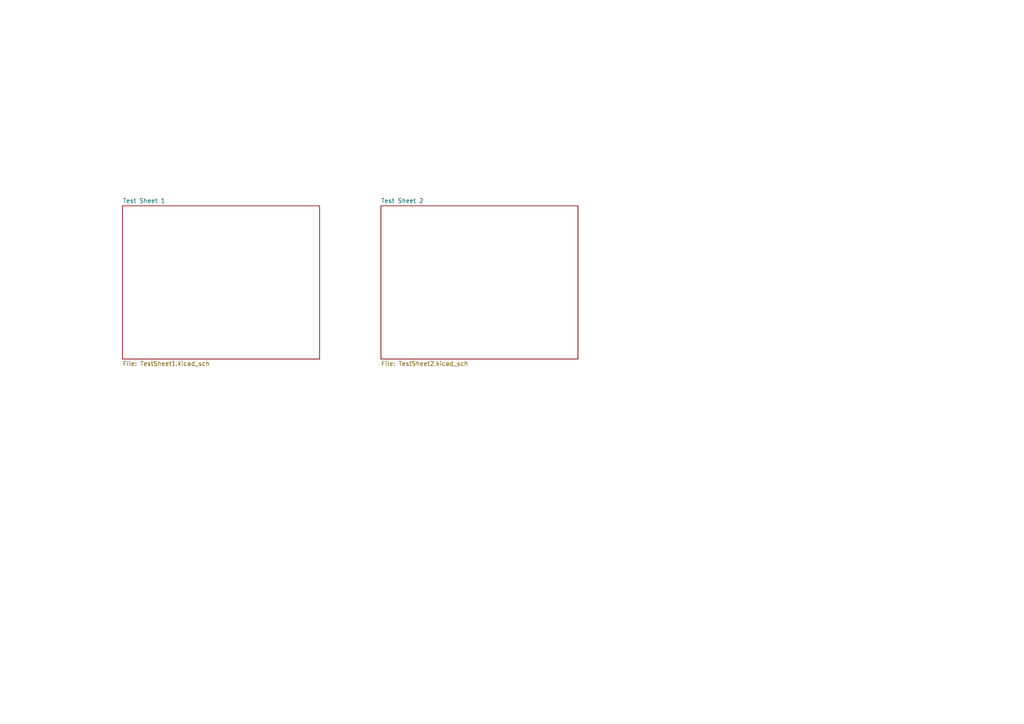
<source format=kicad_sch>
(kicad_sch (version 20211123) (generator eeschema)
  (paper "A4")
  (lib_symbols)
  (sheet (at 35.56 59.69) (size 57.15 44.45) (stroke (width 0.1524))
    (property "Sheet name" "Test Sheet 1" (at 35.56 58.9784 0) (effects (justify left bottom)))
    (property "Sheet file" "TestSheet1.kicad_sch" (at 35.56 104.7246 0) (effects (justify left top)))
  )
  (sheet (at 110.49 59.69) (size 57.15 44.45) (stroke (width 0.1524))
    (property "Sheet name" "Test Sheet 2" (at 110.49 58.9784 0) (effects (justify left bottom)))
    (property "Sheet file" "TestSheet2.kicad_sch" (at 110.49 104.7246 0) (effects (justify left top)))
  )
)
</source>
